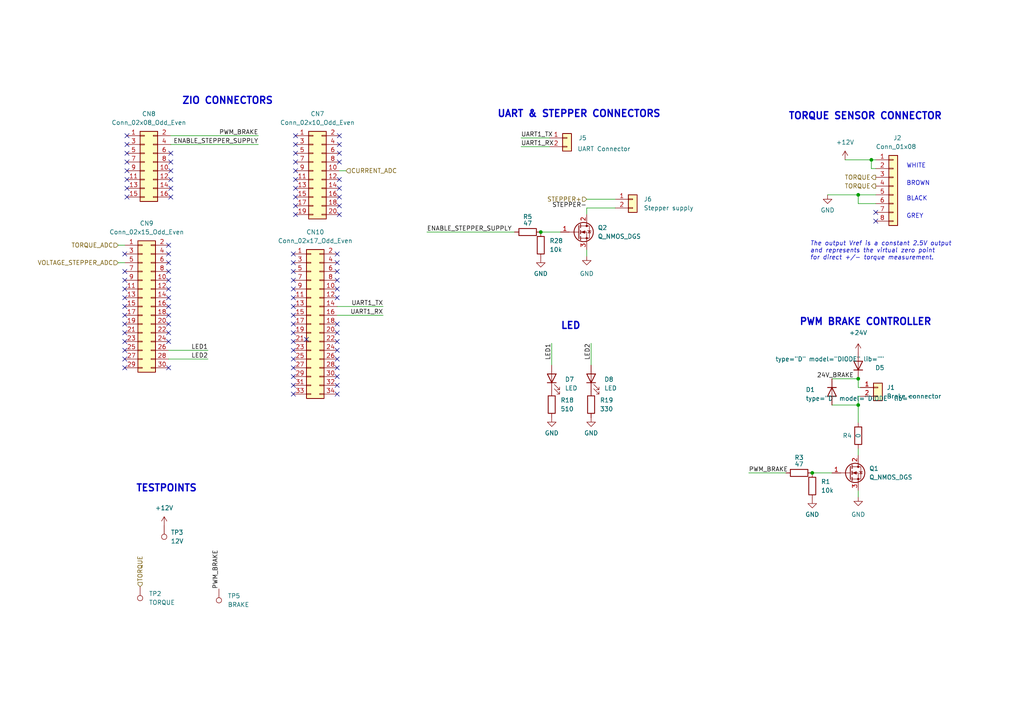
<source format=kicad_sch>
(kicad_sch (version 20211123) (generator eeschema)
  (paper "A4")
  (title_block (title "STB"))
  (lib_symbols
    (symbol "Connector:TestPoint" (pin_numbers hide) (pin_names (offset 0.762) hide)
      (property "Reference" "TP" (at 0 6.858 0))
      (property "Value" "TestPoint" (at 0 5.08 0))
      (symbol "TestPoint_0_1"
        (circle (center 0 3.302) (radius 0.762))
      )
      (symbol "TestPoint_1_1"
        (pin passive line (at 0 0 90) (length 2.54) (name "1") (number "1"))
      )
    )
    (symbol "Connector_Generic:Conn_01x02" (pin_names (offset 1.016) hide)
      (property "Reference" "J" (at 0 2.54 0))
      (property "Value" "Conn_01x02" (at 0 -5.08 0))
      (symbol "Conn_01x02_1_1"
        (rectangle (start -1.27 -2.413) (end 0 -2.667) (stroke (width 0.1524)))
        (rectangle (start -1.27 0.127) (end 0 -0.127) (stroke (width 0.1524)))
        (rectangle (start -1.27 1.27) (end 1.27 -3.81) (stroke (width 0.254)) (fill (type background)))
        (pin passive line (at -5.08 0 0) (length 3.81) (name "Pin_1") (number "1"))
        (pin passive line (at -5.08 -2.54 0) (length 3.81) (name "Pin_2") (number "2"))
      )
    )
    (symbol "Connector_Generic:Conn_01x08" (pin_names (offset 1.016) hide)
      (property "Reference" "J" (at 0 10.16 0))
      (property "Value" "Conn_01x08" (at 0 -12.7 0))
      (symbol "Conn_01x08_1_1"
        (rectangle (start -1.27 -10.033) (end 0 -10.287) (stroke (width 0.1524)))
        (rectangle (start -1.27 -7.493) (end 0 -7.747) (stroke (width 0.1524)))
        (rectangle (start -1.27 -4.953) (end 0 -5.207) (stroke (width 0.1524)))
        (rectangle (start -1.27 -2.413) (end 0 -2.667) (stroke (width 0.1524)))
        (rectangle (start -1.27 0.127) (end 0 -0.127) (stroke (width 0.1524)))
        (rectangle (start -1.27 2.667) (end 0 2.413) (stroke (width 0.1524)))
        (rectangle (start -1.27 5.207) (end 0 4.953) (stroke (width 0.1524)))
        (rectangle (start -1.27 7.747) (end 0 7.493) (stroke (width 0.1524)))
        (rectangle (start -1.27 8.89) (end 1.27 -11.43) (stroke (width 0.254)) (fill (type background)))
        (pin passive line (at -5.08 7.62 0) (length 3.81) (name "Pin_1") (number "1"))
        (pin passive line (at -5.08 5.08 0) (length 3.81) (name "Pin_2") (number "2"))
        (pin passive line (at -5.08 2.54 0) (length 3.81) (name "Pin_3") (number "3"))
        (pin passive line (at -5.08 0 0) (length 3.81) (name "Pin_4") (number "4"))
        (pin passive line (at -5.08 -2.54 0) (length 3.81) (name "Pin_5") (number "5"))
        (pin passive line (at -5.08 -5.08 0) (length 3.81) (name "Pin_6") (number "6"))
        (pin passive line (at -5.08 -7.62 0) (length 3.81) (name "Pin_7") (number "7"))
        (pin passive line (at -5.08 -10.16 0) (length 3.81) (name "Pin_8") (number "8"))
      )
    )
    (symbol "Connector_Generic:Conn_02x08_Odd_Even" (pin_names (offset 1.016) hide)
      (property "Reference" "J" (at 1.27 10.16 0))
      (property "Value" "Conn_02x08_Odd_Even" (at 1.27 -12.7 0))
      (symbol "Conn_02x08_Odd_Even_1_1"
        (rectangle (start -1.27 -10.033) (end 0 -10.287) (stroke (width 0.1524)))
        (rectangle (start -1.27 -7.493) (end 0 -7.747) (stroke (width 0.1524)))
        (rectangle (start -1.27 -4.953) (end 0 -5.207) (stroke (width 0.1524)))
        (rectangle (start -1.27 -2.413) (end 0 -2.667) (stroke (width 0.1524)))
        (rectangle (start -1.27 0.127) (end 0 -0.127) (stroke (width 0.1524)))
        (rectangle (start -1.27 2.667) (end 0 2.413) (stroke (width 0.1524)))
        (rectangle (start -1.27 5.207) (end 0 4.953) (stroke (width 0.1524)))
        (rectangle (start -1.27 7.747) (end 0 7.493) (stroke (width 0.1524)))
        (rectangle (start -1.27 8.89) (end 3.81 -11.43) (stroke (width 0.254)) (fill (type background)))
        (rectangle (start 3.81 -10.033) (end 2.54 -10.287) (stroke (width 0.1524)))
        (rectangle (start 3.81 -7.493) (end 2.54 -7.747) (stroke (width 0.1524)))
        (rectangle (start 3.81 -4.953) (end 2.54 -5.207) (stroke (width 0.1524)))
        (rectangle (start 3.81 -2.413) (end 2.54 -2.667) (stroke (width 0.1524)))
        (rectangle (start 3.81 0.127) (end 2.54 -0.127) (stroke (width 0.1524)))
        (rectangle (start 3.81 2.667) (end 2.54 2.413) (stroke (width 0.1524)))
        (rectangle (start 3.81 5.207) (end 2.54 4.953) (stroke (width 0.1524)))
        (rectangle (start 3.81 7.747) (end 2.54 7.493) (stroke (width 0.1524)))
        (pin passive line (at -5.08 7.62 0) (length 3.81) (name "Pin_1") (number "1"))
        (pin passive line (at 7.62 -2.54 180) (length 3.81) (name "Pin_10") (number "10"))
        (pin passive line (at -5.08 -5.08 0) (length 3.81) (name "Pin_11") (number "11"))
        (pin passive line (at 7.62 -5.08 180) (length 3.81) (name "Pin_12") (number "12"))
        (pin passive line (at -5.08 -7.62 0) (length 3.81) (name "Pin_13") (number "13"))
        (pin passive line (at 7.62 -7.62 180) (length 3.81) (name "Pin_14") (number "14"))
        (pin passive line (at -5.08 -10.16 0) (length 3.81) (name "Pin_15") (number "15"))
        (pin passive line (at 7.62 -10.16 180) (length 3.81) (name "Pin_16") (number "16"))
        (pin passive line (at 7.62 7.62 180) (length 3.81) (name "Pin_2") (number "2"))
        (pin passive line (at -5.08 5.08 0) (length 3.81) (name "Pin_3") (number "3"))
        (pin passive line (at 7.62 5.08 180) (length 3.81) (name "Pin_4") (number "4"))
        (pin passive line (at -5.08 2.54 0) (length 3.81) (name "Pin_5") (number "5"))
        (pin passive line (at 7.62 2.54 180) (length 3.81) (name "Pin_6") (number "6"))
        (pin passive line (at -5.08 0 0) (length 3.81) (name "Pin_7") (number "7"))
        (pin passive line (at 7.62 0 180) (length 3.81) (name "Pin_8") (number "8"))
        (pin passive line (at -5.08 -2.54 0) (length 3.81) (name "Pin_9") (number "9"))
      )
    )
    (symbol "Connector_Generic:Conn_02x10_Odd_Even" (pin_names (offset 1.016) hide)
      (property "Reference" "J" (at 1.27 12.7 0))
      (property "Value" "Conn_02x10_Odd_Even" (at 1.27 -15.24 0))
      (symbol "Conn_02x10_Odd_Even_1_1"
        (rectangle (start -1.27 -12.573) (end 0 -12.827) (stroke (width 0.1524)))
        (rectangle (start -1.27 -10.033) (end 0 -10.287) (stroke (width 0.1524)))
        (rectangle (start -1.27 -7.493) (end 0 -7.747) (stroke (width 0.1524)))
        (rectangle (start -1.27 -4.953) (end 0 -5.207) (stroke (width 0.1524)))
        (rectangle (start -1.27 -2.413) (end 0 -2.667) (stroke (width 0.1524)))
        (rectangle (start -1.27 0.127) (end 0 -0.127) (stroke (width 0.1524)))
        (rectangle (start -1.27 2.667) (end 0 2.413) (stroke (width 0.1524)))
        (rectangle (start -1.27 5.207) (end 0 4.953) (stroke (width 0.1524)))
        (rectangle (start -1.27 7.747) (end 0 7.493) (stroke (width 0.1524)))
        (rectangle (start -1.27 10.287) (end 0 10.033) (stroke (width 0.1524)))
        (rectangle (start -1.27 11.43) (end 3.81 -13.97) (stroke (width 0.254)) (fill (type background)))
        (rectangle (start 3.81 -12.573) (end 2.54 -12.827) (stroke (width 0.1524)))
        (rectangle (start 3.81 -10.033) (end 2.54 -10.287) (stroke (width 0.1524)))
        (rectangle (start 3.81 -7.493) (end 2.54 -7.747) (stroke (width 0.1524)))
        (rectangle (start 3.81 -4.953) (end 2.54 -5.207) (stroke (width 0.1524)))
        (rectangle (start 3.81 -2.413) (end 2.54 -2.667) (stroke (width 0.1524)))
        (rectangle (start 3.81 0.127) (end 2.54 -0.127) (stroke (width 0.1524)))
        (rectangle (start 3.81 2.667) (end 2.54 2.413) (stroke (width 0.1524)))
        (rectangle (start 3.81 5.207) (end 2.54 4.953) (stroke (width 0.1524)))
        (rectangle (start 3.81 7.747) (end 2.54 7.493) (stroke (width 0.1524)))
        (rectangle (start 3.81 10.287) (end 2.54 10.033) (stroke (width 0.1524)))
        (pin passive line (at -5.08 10.16 0) (length 3.81) (name "Pin_1") (number "1"))
        (pin passive line (at 7.62 0 180) (length 3.81) (name "Pin_10") (number "10"))
        (pin passive line (at -5.08 -2.54 0) (length 3.81) (name "Pin_11") (number "11"))
        (pin passive line (at 7.62 -2.54 180) (length 3.81) (name "Pin_12") (number "12"))
        (pin passive line (at -5.08 -5.08 0) (length 3.81) (name "Pin_13") (number "13"))
        (pin passive line (at 7.62 -5.08 180) (length 3.81) (name "Pin_14") (number "14"))
        (pin passive line (at -5.08 -7.62 0) (length 3.81) (name "Pin_15") (number "15"))
        (pin passive line (at 7.62 -7.62 180) (length 3.81) (name "Pin_16") (number "16"))
        (pin passive line (at -5.08 -10.16 0) (length 3.81) (name "Pin_17") (number "17"))
        (pin passive line (at 7.62 -10.16 180) (length 3.81) (name "Pin_18") (number "18"))
        (pin passive line (at -5.08 -12.7 0) (length 3.81) (name "Pin_19") (number "19"))
        (pin passive line (at 7.62 10.16 180) (length 3.81) (name "Pin_2") (number "2"))
        (pin passive line (at 7.62 -12.7 180) (length 3.81) (name "Pin_20") (number "20"))
        (pin passive line (at -5.08 7.62 0) (length 3.81) (name "Pin_3") (number "3"))
        (pin passive line (at 7.62 7.62 180) (length 3.81) (name "Pin_4") (number "4"))
        (pin passive line (at -5.08 5.08 0) (length 3.81) (name "Pin_5") (number "5"))
        (pin passive line (at 7.62 5.08 180) (length 3.81) (name "Pin_6") (number "6"))
        (pin passive line (at -5.08 2.54 0) (length 3.81) (name "Pin_7") (number "7"))
        (pin passive line (at 7.62 2.54 180) (length 3.81) (name "Pin_8") (number "8"))
        (pin passive line (at -5.08 0 0) (length 3.81) (name "Pin_9") (number "9"))
      )
    )
    (symbol "Connector_Generic:Conn_02x15_Odd_Even" (pin_names (offset 1.016) hide)
      (property "Reference" "J" (at 1.27 20.32 0))
      (property "Value" "Conn_02x15_Odd_Even" (at 1.27 -20.32 0))
      (symbol "Conn_02x15_Odd_Even_1_1"
        (rectangle (start -1.27 -17.653) (end 0 -17.907) (stroke (width 0.1524)))
        (rectangle (start -1.27 -15.113) (end 0 -15.367) (stroke (width 0.1524)))
        (rectangle (start -1.27 -12.573) (end 0 -12.827) (stroke (width 0.1524)))
        (rectangle (start -1.27 -10.033) (end 0 -10.287) (stroke (width 0.1524)))
        (rectangle (start -1.27 -7.493) (end 0 -7.747) (stroke (width 0.1524)))
        (rectangle (start -1.27 -4.953) (end 0 -5.207) (stroke (width 0.1524)))
        (rectangle (start -1.27 -2.413) (end 0 -2.667) (stroke (width 0.1524)))
        (rectangle (start -1.27 0.127) (end 0 -0.127) (stroke (width 0.1524)))
        (rectangle (start -1.27 2.667) (end 0 2.413) (stroke (width 0.1524)))
        (rectangle (start -1.27 5.207) (end 0 4.953) (stroke (width 0.1524)))
        (rectangle (start -1.27 7.747) (end 0 7.493) (stroke (width 0.1524)))
        (rectangle (start -1.27 10.287) (end 0 10.033) (stroke (width 0.1524)))
        (rectangle (start -1.27 12.827) (end 0 12.573) (stroke (width 0.1524)))
        (rectangle (start -1.27 15.367) (end 0 15.113) (stroke (width 0.1524)))
        (rectangle (start -1.27 17.907) (end 0 17.653) (stroke (width 0.1524)))
        (rectangle (start -1.27 19.05) (end 3.81 -19.05) (stroke (width 0.254)) (fill (type background)))
        (rectangle (start 3.81 -17.653) (end 2.54 -17.907) (stroke (width 0.1524)))
        (rectangle (start 3.81 -15.113) (end 2.54 -15.367) (stroke (width 0.1524)))
        (rectangle (start 3.81 -12.573) (end 2.54 -12.827) (stroke (width 0.1524)))
        (rectangle (start 3.81 -10.033) (end 2.54 -10.287) (stroke (width 0.1524)))
        (rectangle (start 3.81 -7.493) (end 2.54 -7.747) (stroke (width 0.1524)))
        (rectangle (start 3.81 -4.953) (end 2.54 -5.207) (stroke (width 0.1524)))
        (rectangle (start 3.81 -2.413) (end 2.54 -2.667) (stroke (width 0.1524)))
        (rectangle (start 3.81 0.127) (end 2.54 -0.127) (stroke (width 0.1524)))
        (rectangle (start 3.81 2.667) (end 2.54 2.413) (stroke (width 0.1524)))
        (rectangle (start 3.81 5.207) (end 2.54 4.953) (stroke (width 0.1524)))
        (rectangle (start 3.81 7.747) (end 2.54 7.493) (stroke (width 0.1524)))
        (rectangle (start 3.81 10.287) (end 2.54 10.033) (stroke (width 0.1524)))
        (rectangle (start 3.81 12.827) (end 2.54 12.573) (stroke (width 0.1524)))
        (rectangle (start 3.81 15.367) (end 2.54 15.113) (stroke (width 0.1524)))
        (rectangle (start 3.81 17.907) (end 2.54 17.653) (stroke (width 0.1524)))
        (pin passive line (at -5.08 17.78 0) (length 3.81) (name "Pin_1") (number "1"))
        (pin passive line (at 7.62 7.62 180) (length 3.81) (name "Pin_10") (number "10"))
        (pin passive line (at -5.08 5.08 0) (length 3.81) (name "Pin_11") (number "11"))
        (pin passive line (at 7.62 5.08 180) (length 3.81) (name "Pin_12") (number "12"))
        (pin passive line (at -5.08 2.54 0) (length 3.81) (name "Pin_13") (number "13"))
        (pin passive line (at 7.62 2.54 180) (length 3.81) (name "Pin_14") (number "14"))
        (pin passive line (at -5.08 0 0) (length 3.81) (name "Pin_15") (number "15"))
        (pin passive line (at 7.62 0 180) (length 3.81) (name "Pin_16") (number "16"))
        (pin passive line (at -5.08 -2.54 0) (length 3.81) (name "Pin_17") (number "17"))
        (pin passive line (at 7.62 -2.54 180) (length 3.81) (name "Pin_18") (number "18"))
        (pin passive line (at -5.08 -5.08 0) (length 3.81) (name "Pin_19") (number "19"))
        (pin passive line (at 7.62 17.78 180) (length 3.81) (name "Pin_2") (number "2"))
        (pin passive line (at 7.62 -5.08 180) (length 3.81) (name "Pin_20") (number "20"))
        (pin passive line (at -5.08 -7.62 0) (length 3.81) (name "Pin_21") (number "21"))
        (pin passive line (at 7.62 -7.62 180) (length 3.81) (name "Pin_22") (number "22"))
        (pin passive line (at -5.08 -10.16 0) (length 3.81) (name "Pin_23") (number "23"))
        (pin passive line (at 7.62 -10.16 180) (length 3.81) (name "Pin_24") (number "24"))
        (pin passive line (at -5.08 -12.7 0) (length 3.81) (name "Pin_25") (number "25"))
        (pin passive line (at 7.62 -12.7 180) (length 3.81) (name "Pin_26") (number "26"))
        (pin passive line (at -5.08 -15.24 0) (length 3.81) (name "Pin_27") (number "27"))
        (pin passive line (at 7.62 -15.24 180) (length 3.81) (name "Pin_28") (number "28"))
        (pin passive line (at -5.08 -17.78 0) (length 3.81) (name "Pin_29") (number "29"))
        (pin passive line (at -5.08 15.24 0) (length 3.81) (name "Pin_3") (number "3"))
        (pin passive line (at 7.62 -17.78 180) (length 3.81) (name "Pin_30") (number "30"))
        (pin passive line (at 7.62 15.24 180) (length 3.81) (name "Pin_4") (number "4"))
        (pin passive line (at -5.08 12.7 0) (length 3.81) (name "Pin_5") (number "5"))
        (pin passive line (at 7.62 12.7 180) (length 3.81) (name "Pin_6") (number "6"))
        (pin passive line (at -5.08 10.16 0) (length 3.81) (name "Pin_7") (number "7"))
        (pin passive line (at 7.62 10.16 180) (length 3.81) (name "Pin_8") (number "8"))
        (pin passive line (at -5.08 7.62 0) (length 3.81) (name "Pin_9") (number "9"))
      )
    )
    (symbol "Connector_Generic:Conn_02x17_Odd_Even" (pin_names (offset 1.016) hide)
      (property "Reference" "J" (at 1.27 22.86 0))
      (property "Value" "Conn_02x17_Odd_Even" (at 1.27 -22.86 0))
      (symbol "Conn_02x17_Odd_Even_1_1"
        (rectangle (start -1.27 -20.193) (end 0 -20.447) (stroke (width 0.1524)))
        (rectangle (start -1.27 -17.653) (end 0 -17.907) (stroke (width 0.1524)))
        (rectangle (start -1.27 -15.113) (end 0 -15.367) (stroke (width 0.1524)))
        (rectangle (start -1.27 -12.573) (end 0 -12.827) (stroke (width 0.1524)))
        (rectangle (start -1.27 -10.033) (end 0 -10.287) (stroke (width 0.1524)))
        (rectangle (start -1.27 -7.493) (end 0 -7.747) (stroke (width 0.1524)))
        (rectangle (start -1.27 -4.953) (end 0 -5.207) (stroke (width 0.1524)))
        (rectangle (start -1.27 -2.413) (end 0 -2.667) (stroke (width 0.1524)))
        (rectangle (start -1.27 0.127) (end 0 -0.127) (stroke (width 0.1524)))
        (rectangle (start -1.27 2.667) (end 0 2.413) (stroke (width 0.1524)))
        (rectangle (start -1.27 5.207) (end 0 4.953) (stroke (width 0.1524)))
        (rectangle (start -1.27 7.747) (end 0 7.493) (stroke (width 0.1524)))
        (rectangle (start -1.27 10.287) (end 0 10.033) (stroke (width 0.1524)))
        (rectangle (start -1.27 12.827) (end 0 12.573) (stroke (width 0.1524)))
        (rectangle (start -1.27 15.367) (end 0 15.113) (stroke (width 0.1524)))
        (rectangle (start -1.27 17.907) (end 0 17.653) (stroke (width 0.1524)))
        (rectangle (start -1.27 20.447) (end 0 20.193) (stroke (width 0.1524)))
        (rectangle (start -1.27 21.59) (end 3.81 -21.59) (stroke (width 0.254)) (fill (type background)))
        (rectangle (start 3.81 -20.193) (end 2.54 -20.447) (stroke (width 0.1524)))
        (rectangle (start 3.81 -17.653) (end 2.54 -17.907) (stroke (width 0.1524)))
        (rectangle (start 3.81 -15.113) (end 2.54 -15.367) (stroke (width 0.1524)))
        (rectangle (start 3.81 -12.573) (end 2.54 -12.827) (stroke (width 0.1524)))
        (rectangle (start 3.81 -10.033) (end 2.54 -10.287) (stroke (width 0.1524)))
        (rectangle (start 3.81 -7.493) (end 2.54 -7.747) (stroke (width 0.1524)))
        (rectangle (start 3.81 -4.953) (end 2.54 -5.207) (stroke (width 0.1524)))
        (rectangle (start 3.81 -2.413) (end 2.54 -2.667) (stroke (width 0.1524)))
        (rectangle (start 3.81 0.127) (end 2.54 -0.127) (stroke (width 0.1524)))
        (rectangle (start 3.81 2.667) (end 2.54 2.413) (stroke (width 0.1524)))
        (rectangle (start 3.81 5.207) (end 2.54 4.953) (stroke (width 0.1524)))
        (rectangle (start 3.81 7.747) (end 2.54 7.493) (stroke (width 0.1524)))
        (rectangle (start 3.81 10.287) (end 2.54 10.033) (stroke (width 0.1524)))
        (rectangle (start 3.81 12.827) (end 2.54 12.573) (stroke (width 0.1524)))
        (rectangle (start 3.81 15.367) (end 2.54 15.113) (stroke (width 0.1524)))
        (rectangle (start 3.81 17.907) (end 2.54 17.653) (stroke (width 0.1524)))
        (rectangle (start 3.81 20.447) (end 2.54 20.193) (stroke (width 0.1524)))
        (pin passive line (at -5.08 20.32 0) (length 3.81) (name "Pin_1") (number "1"))
        (pin passive line (at 7.62 10.16 180) (length 3.81) (name "Pin_10") (number "10"))
        (pin passive line (at -5.08 7.62 0) (length 3.81) (name "Pin_11") (number "11"))
        (pin passive line (at 7.62 7.62 180) (length 3.81) (name "Pin_12") (number "12"))
        (pin passive line (at -5.08 5.08 0) (length 3.81) (name "Pin_13") (number "13"))
        (pin passive line (at 7.62 5.08 180) (length 3.81) (name "Pin_14") (number "14"))
        (pin passive line (at -5.08 2.54 0) (length 3.81) (name "Pin_15") (number "15"))
        (pin passive line (at 7.62 2.54 180) (length 3.81) (name "Pin_16") (number "16"))
        (pin passive line (at -5.08 0 0) (length 3.81) (name "Pin_17") (number "17"))
        (pin passive line (at 7.62 0 180) (length 3.81) (name "Pin_18") (number "18"))
        (pin passive line (at -5.08 -2.54 0) (length 3.81) (name "Pin_19") (number "19"))
        (pin passive line (at 7.62 20.32 180) (length 3.81) (name "Pin_2") (number "2"))
        (pin passive line (at 7.62 -2.54 180) (length 3.81) (name "Pin_20") (number "20"))
        (pin passive line (at -5.08 -5.08 0) (length 3.81) (name "Pin_21") (number "21"))
        (pin passive line (at 7.62 -5.08 180) (length 3.81) (name "Pin_22") (number "22"))
        (pin passive line (at -5.08 -7.62 0) (length 3.81) (name "Pin_23") (number "23"))
        (pin passive line (at 7.62 -7.62 180) (length 3.81) (name "Pin_24") (number "24"))
        (pin passive line (at -5.08 -10.16 0) (length 3.81) (name "Pin_25") (number "25"))
        (pin passive line (at 7.62 -10.16 180) (length 3.81) (name "Pin_26") (number "26"))
        (pin passive line (at -5.08 -12.7 0) (length 3.81) (name "Pin_27") (number "27"))
        (pin passive line (at 7.62 -12.7 180) (length 3.81) (name "Pin_28") (number "28"))
        (pin passive line (at -5.08 -15.24 0) (length 3.81) (name "Pin_29") (number "29"))
        (pin passive line (at -5.08 17.78 0) (length 3.81) (name "Pin_3") (number "3"))
        (pin passive line (at 7.62 -15.24 180) (length 3.81) (name "Pin_30") (number "30"))
        (pin passive line (at -5.08 -17.78 0) (length 3.81) (name "Pin_31") (number "31"))
        (pin passive line (at 7.62 -17.78 180) (length 3.81) (name "Pin_32") (number "32"))
        (pin passive line (at -5.08 -20.32 0) (length 3.81) (name "Pin_33") (number "33"))
        (pin passive line (at 7.62 -20.32 180) (length 3.81) (name "Pin_34") (number "34"))
        (pin passive line (at 7.62 17.78 180) (length 3.81) (name "Pin_4") (number "4"))
        (pin passive line (at -5.08 15.24 0) (length 3.81) (name "Pin_5") (number "5"))
        (pin passive line (at 7.62 15.24 180) (length 3.81) (name "Pin_6") (number "6"))
        (pin passive line (at -5.08 12.7 0) (length 3.81) (name "Pin_7") (number "7"))
        (pin passive line (at 7.62 12.7 180) (length 3.81) (name "Pin_8") (number "8"))
        (pin passive line (at -5.08 10.16 0) (length 3.81) (name "Pin_9") (number "9"))
      )
    )
    (symbol "Device:LED" (pin_numbers hide) (pin_names (offset 1.016) hide)
      (property "Reference" "D" (at 0 2.54 0))
      (property "Value" "LED" (at 0 -2.54 0))
      (symbol "LED_0_1"
        (polyline (pts (xy -1.27 -1.27) (xy -1.27 1.27)) (stroke (width 0.254)))
        (polyline (pts (xy -1.27 0) (xy 1.27 0)))
        (polyline (pts (xy 1.27 -1.27) (xy 1.27 1.27) (xy -1.27 0) (xy 1.27 -1.27)) (stroke (width 0.254)))
        (polyline (pts (xy -3.048 -0.762) (xy -4.572 -2.286) (xy -3.81 -2.286) (xy -4.572 -2.286) (xy -4.572 -1.524)))
        (polyline (pts (xy -1.778 -0.762) (xy -3.302 -2.286) (xy -2.54 -2.286) (xy -3.302 -2.286) (xy -3.302 -1.524)))
      )
      (symbol "LED_1_1"
        (pin passive line (at -3.81 0 0) (length 2.54) (name "K") (number "1"))
        (pin passive line (at 3.81 0 180) (length 2.54) (name "A") (number "2"))
      )
    )
    (symbol "Device:Q_NMOS_GDS" (pin_names (offset 0) hide)
      (property "Reference" "Q" (at 5.08 1.27 0))
      (property "Value" "Q_NMOS_GDS" (at 5.08 -1.27 0))
      (symbol "Q_NMOS_GDS_0_1"
        (polyline (pts (xy 0.254 0) (xy -2.54 0)))
        (polyline (pts (xy 0.254 1.905) (xy 0.254 -1.905)) (stroke (width 0.254)))
        (polyline (pts (xy 0.762 -1.27) (xy 0.762 -2.286)) (stroke (width 0.254)))
        (polyline (pts (xy 0.762 0.508) (xy 0.762 -0.508)) (stroke (width 0.254)))
        (polyline (pts (xy 0.762 2.286) (xy 0.762 1.27)) (stroke (width 0.254)))
        (polyline (pts (xy 2.54 2.54) (xy 2.54 1.778)))
        (polyline (pts (xy 2.54 -2.54) (xy 2.54 0) (xy 0.762 0)))
        (polyline (pts (xy 0.762 -1.778) (xy 3.302 -1.778) (xy 3.302 1.778) (xy 0.762 1.778)))
        (polyline (pts (xy 1.016 0) (xy 2.032 0.381) (xy 2.032 -0.381) (xy 1.016 0)) (fill (type outline)))
        (polyline (pts (xy 2.794 0.508) (xy 2.921 0.381) (xy 3.683 0.381) (xy 3.81 0.254)))
        (polyline (pts (xy 3.302 0.381) (xy 2.921 -0.254) (xy 3.683 -0.254) (xy 3.302 0.381)))
        (circle (center 1.651 0) (radius 2.794) (stroke (width 0.254)))
        (circle (center 2.54 -1.778) (radius 0.254) (fill (type outline)))
        (circle (center 2.54 1.778) (radius 0.254) (fill (type outline)))
      )
      (symbol "Q_NMOS_GDS_1_1"
        (pin input line (at -5.08 0 0) (length 2.54) (name "G") (number "1"))
        (pin passive line (at 2.54 5.08 270) (length 2.54) (name "D") (number "2"))
        (pin passive line (at 2.54 -5.08 90) (length 2.54) (name "S") (number "3"))
      )
    )
    (symbol "Device:R" (pin_numbers hide) (pin_names (offset 0))
      (property "Reference" "R" (at 2.032 0 90))
      (property "Value" "R" (at 0 0 90))
      (symbol "R_0_1"
        (rectangle (start -1.016 -2.54) (end 1.016 2.54) (stroke (width 0.254)))
      )
      (symbol "R_1_1"
        (pin passive line (at 0 3.81 270) (length 1.27) (name "~") (number "1"))
        (pin passive line (at 0 -3.81 90) (length 1.27) (name "~") (number "2"))
      )
    )
    (symbol "Simulation_SPICE:DIODE" (pin_numbers hide) (pin_names (offset 1.016) hide)
      (property "Reference" "D" (at 0 2.54 0))
      (property "Value" "DIODE" (at 0 -2.54 0))
      (symbol "DIODE_0_1"
        (polyline (pts (xy 1.27 0) (xy -1.27 0)))
        (polyline (pts (xy 1.27 1.27) (xy 1.27 -1.27)) (stroke (width 0.254)))
        (polyline (pts (xy -1.27 -1.27) (xy -1.27 1.27) (xy 1.27 0) (xy -1.27 -1.27)) (stroke (width 0.254)))
      )
      (symbol "DIODE_1_1"
        (pin passive line (at -3.81 0 0) (length 2.54) (name "A") (number "1"))
        (pin passive line (at 3.81 0 180) (length 2.54) (name "K") (number "2"))
      )
    )
    (symbol "power:+12V" (power) (pin_names (offset 0))
      (property "Value" "+12V" (at 0 3.556 0))
      (symbol "+12V_0_1"
        (polyline (pts (xy -0.762 1.27) (xy 0 2.54)))
        (polyline (pts (xy 0 0) (xy 0 2.54)))
        (polyline (pts (xy 0 2.54) (xy 0.762 1.27)))
      )
      (symbol "+12V_1_1"
        (pin power_in line (at 0 0 90) (length 0) hide (name "+12V") (number "1"))
      )
    )
    (symbol "power:+24V" (power) (pin_names (offset 0))
      (property "Value" "+24V" (at 0 3.556 0))
      (symbol "+24V_0_1"
        (polyline (pts (xy -0.762 1.27) (xy 0 2.54)))
        (polyline (pts (xy 0 0) (xy 0 2.54)))
        (polyline (pts (xy 0 2.54) (xy 0.762 1.27)))
      )
      (symbol "+24V_1_1"
        (pin power_in line (at 0 0 90) (length 0) hide (name "+24V") (number "1"))
      )
    )
    (symbol "power:GND" (power) (pin_names (offset 0))
      (property "Value" "GND" (at 0 -3.81 0))
      (symbol "GND_0_1"
        (polyline (pts (xy 0 0) (xy 0 -1.27) (xy 1.27 -1.27) (xy 0 -2.54) (xy -1.27 -1.27) (xy 0 -1.27)))
      )
      (symbol "GND_1_1"
        (pin power_in line (at 0 0 270) (length 0) hide (name "GND") (number "1"))
      )
    )
  )
  (junction (at 156.845 67.31))
  (junction (at 252.73 46.355))
  (junction (at 248.92 56.515))
  (junction (at 235.585 137.16))
  (junction (at 248.92 117.475))
  (junction (at 248.92 109.855))
  (no_connect (at 85.09 96.52))
  (no_connect (at 98.425 41.91))
  (no_connect (at 49.53 49.53))
  (no_connect (at 97.79 114.3))
  (no_connect (at 85.725 62.23))
  (no_connect (at 85.09 91.44))
  (no_connect (at 36.195 99.06))
  (no_connect (at 85.725 39.37))
  (no_connect (at 36.83 57.15))
  (no_connect (at 97.79 96.52))
  (no_connect (at 48.895 88.9))
  (no_connect (at 85.09 93.98))
  (no_connect (at 36.83 54.61))
  (no_connect (at 85.09 76.2))
  (no_connect (at 97.79 99.06))
  (no_connect (at 85.09 73.66))
  (no_connect (at 36.195 106.68))
  (no_connect (at 97.79 106.68))
  (no_connect (at 49.53 54.61))
  (no_connect (at 97.79 109.22))
  (no_connect (at 97.79 83.82))
  (no_connect (at 97.79 104.14))
  (no_connect (at 49.53 57.15))
  (no_connect (at 48.895 86.36))
  (no_connect (at 98.425 54.61))
  (no_connect (at 48.895 81.28))
  (no_connect (at 36.83 52.07))
  (no_connect (at 85.09 78.74))
  (no_connect (at 36.83 39.37))
  (no_connect (at 97.79 93.98))
  (no_connect (at 98.425 57.15))
  (no_connect (at 85.725 44.45))
  (no_connect (at 48.895 78.74))
  (no_connect (at 98.425 62.23))
  (no_connect (at 85.725 54.61))
  (no_connect (at 48.895 106.68))
  (no_connect (at 85.09 106.68))
  (no_connect (at 98.425 44.45))
  (no_connect (at 85.725 52.07))
  (no_connect (at 97.79 101.6))
  (no_connect (at 85.09 99.06))
  (no_connect (at 36.195 96.52))
  (no_connect (at 97.79 81.28))
  (no_connect (at 97.79 86.36))
  (no_connect (at 85.09 111.76))
  (no_connect (at 48.895 83.82))
  (no_connect (at 85.725 49.53))
  (no_connect (at 48.895 76.2))
  (no_connect (at 36.195 93.98))
  (no_connect (at 36.83 41.91))
  (no_connect (at 36.195 104.14))
  (no_connect (at 48.895 93.98))
  (no_connect (at 97.79 78.74))
  (no_connect (at 85.09 101.6))
  (no_connect (at 98.425 46.99))
  (no_connect (at 48.895 71.12))
  (no_connect (at 85.725 57.15))
  (no_connect (at 98.425 52.07))
  (no_connect (at 85.09 109.22))
  (no_connect (at 36.83 49.53))
  (no_connect (at 97.79 76.2))
  (no_connect (at 85.725 59.69))
  (no_connect (at 97.79 73.66))
  (no_connect (at 98.425 39.37))
  (no_connect (at 85.09 114.3))
  (no_connect (at 85.725 41.91))
  (no_connect (at 36.83 46.99))
  (no_connect (at 85.09 81.28))
  (no_connect (at 85.09 86.36))
  (no_connect (at 48.895 99.06))
  (no_connect (at 36.195 91.44))
  (no_connect (at 254 64.135))
  (no_connect (at 254 61.595))
  (no_connect (at 85.09 88.9))
  (no_connect (at 98.425 59.69))
  (no_connect (at 49.53 46.99))
  (no_connect (at 49.53 44.45))
  (no_connect (at 85.09 104.14))
  (no_connect (at 36.83 44.45))
  (no_connect (at 48.895 91.44))
  (no_connect (at 49.53 52.07))
  (no_connect (at 85.09 83.82))
  (no_connect (at 36.195 101.6))
  (no_connect (at 48.895 73.66))
  (no_connect (at 97.79 111.76))
  (no_connect (at 48.895 96.52))
  (no_connect (at 85.725 46.99))
  (no_connect (at 88.9 98.425))
  (no_connect (at 36.195 88.9))
  (no_connect (at 36.195 78.74))
  (no_connect (at 36.195 73.66))
  (no_connect (at 36.195 81.28))
  (no_connect (at 36.195 83.82))
  (no_connect (at 36.195 86.36))
  (wire (pts (xy 248.92 114.935) (xy 249.555 114.935)))
  (wire (pts (xy 252.73 48.895) (xy 254 48.895)))
  (wire (pts (xy 241.3 117.475) (xy 248.92 117.475)))
  (wire (pts (xy 170.18 57.785) (xy 178.435 57.785)))
  (wire (pts (xy 178.435 60.325) (xy 170.18 60.325)))
  (wire (pts (xy 245.11 46.355) (xy 252.73 46.355)))
  (wire (pts (xy 34.29 71.12) (xy 36.195 71.12)))
  (wire (pts (xy 97.79 88.9) (xy 111.125 88.9)))
  (wire (pts (xy 254 59.055) (xy 248.92 59.055)))
  (wire (pts (xy 248.92 56.515) (xy 254 56.515)))
  (wire (pts (xy 48.895 104.14) (xy 60.325 104.14)))
  (wire (pts (xy 156.845 67.31) (xy 162.56 67.31)))
  (wire (pts (xy 170.18 60.325) (xy 170.18 62.23)))
  (wire (pts (xy 123.825 67.31) (xy 149.225 67.31)))
  (wire (pts (xy 235.585 137.16) (xy 241.3 137.16)))
  (wire (pts (xy 248.92 112.395) (xy 248.92 109.855)))
  (wire (pts (xy 97.79 91.44) (xy 111.125 91.44)))
  (wire (pts (xy 248.92 130.175) (xy 248.92 132.08)))
  (wire (pts (xy 252.73 46.355) (xy 254 46.355)))
  (wire (pts (xy 151.13 42.545) (xy 159.385 42.545)))
  (wire (pts (xy 240.03 56.515) (xy 248.92 56.515)))
  (wire (pts (xy 249.555 112.395) (xy 248.92 112.395)))
  (wire (pts (xy 248.92 59.055) (xy 248.92 56.515)))
  (wire (pts (xy 171.45 99.568) (xy 171.45 105.918)))
  (wire (pts (xy 100.33 49.53) (xy 98.425 49.53)))
  (wire (pts (xy 248.92 117.475) (xy 248.92 122.555)))
  (wire (pts (xy 49.53 41.91) (xy 74.93 41.91)))
  (wire (pts (xy 252.73 46.355) (xy 252.73 48.895)))
  (wire (pts (xy 170.18 72.39) (xy 170.18 74.295)))
  (wire (pts (xy 48.895 101.6) (xy 60.325 101.6)))
  (wire (pts (xy 159.385 40.005) (xy 151.13 40.005)))
  (wire (pts (xy 217.17 137.16) (xy 227.965 137.16)))
  (wire (pts (xy 49.53 39.37) (xy 74.93 39.37)))
  (wire (pts (xy 248.92 142.24) (xy 248.92 144.145)))
  (wire (pts (xy 248.92 117.475) (xy 248.92 114.935)))
  (wire (pts (xy 241.3 109.855) (xy 248.92 109.855)))
  (wire (pts (xy 36.195 76.2) (xy 34.29 76.2)))
  (wire (pts (xy 160.02 99.568) (xy 160.02 105.918)))
  (text "LED" (at 162.56 95.758 0) (effects (font (size 2 2) (thickness 0.4) bold) (justify left bottom)))
  (text "TORQUE SENSOR CONNECTOR\n" (at 228.6 34.925 0) (effects (font (size 2 2) (thickness 0.4) bold) (justify left bottom)))
  (text "BROWN" (at 262.89 53.975 0) (effects (font (size 1.27 1.27)) (justify left bottom)))
  (text "BLACK\n" (at 262.89 58.42 0) (effects (font (size 1.27 1.27)) (justify left bottom)))
  (text "WHITE\n" (at 262.89 48.895 0) (effects (font (size 1.27 1.27)) (justify left bottom)))
  (text "GREY" (at 262.89 63.5 0) (effects (font (size 1.27 1.27)) (justify left bottom)))
  (text "The output Vref is a constant 2.5V output \nand represents the virtual zero point \nfor direct +/- torque measurement." (at 234.95 75.565 0) (effects (font (size 1.27 1.27) italic) (justify left bottom)))
  (text "UART & STEPPER CONNECTORS" (at 144.145 34.29 0) (effects (font (size 2 2) bold) (justify left bottom)))
  (text "TESTPOINTS\n" (at 39.37 142.875 0) (effects (font (size 2 2) (thickness 0.4) bold) (justify left bottom)))
  (text "ZIO CONNECTORS\n" (at 52.705 30.48 0) (effects (font (size 2 2) bold) (justify left bottom)))
  (text "PWM BRAKE CONTROLLER" (at 231.775 94.615 0) (effects (font (size 2 2) bold) (justify left bottom)))
  (label "LED2" (at 60.325 104.14 180))
  (label "LED1" (at 60.325 101.6 180))
  (label "UART1_RX" (at 151.13 42.545 0))
  (label "PWM_BRAKE" (at 63.5 170.815 90))
  (label "STEPPER-" (at 170.18 60.452 180))
  (label "UART1_TX" (at 151.13 40.005 0))
  (label "ENABLE_STEPPER_SUPPLY" (at 123.825 67.31 0))
  (label "UART1_RX" (at 111.125 91.44 180))
  (label "LED1" (at 160.02 99.568 270))
  (label "UART1_TX" (at 111.125 88.9 180))
  (label "PWM_BRAKE" (at 74.93 39.37 180))
  (label "LED2" (at 171.45 99.568 270))
  (label "24V_BRAKE" (at 247.65 109.855 180))
  (label "PWM_BRAKE" (at 217.17 137.16 0))
  (label "ENABLE_STEPPER_SUPPLY" (at 74.93 41.91 180))
  (hierarchical_label "TORQUE_ADC" (shape input) (at 34.29 71.12 180))
  (hierarchical_label "TORQUE" (shape output) (at 254 51.435 180))
  (hierarchical_label "VOLTAGE_STEPPER_ADC" (shape input) (at 34.29 76.2 180))
  (hierarchical_label "TORQUE" (shape input) (at 40.64 170.18 90))
  (hierarchical_label "STEPPER+" (shape input) (at 170.18 57.785 180))
  (hierarchical_label "TORQUE" (shape output) (at 254 53.975 180))
  (hierarchical_label "CURRENT_ADC" (shape input) (at 100.33 49.53 0))
  (symbol (lib_id "power:GND") (at 248.92 144.145 0) (unit 1)
    (property "Reference" "#PWR0114" (effects hide))
    (property "Value" "GND" (at 248.92 149.225 0))
  )
  (symbol (lib_id "Device:R") (at 248.92 126.365 180) (unit 1)
    (property "Reference" "R4" (at 245.745 126.365 0))
    (property "Value" "0" (at 248.92 126.365 90))
    (property "Footprint" "Resistor_SMD:R_0603_1608Metric" (effects hide))
  )
  (symbol (lib_id "Device:R") (at 231.775 137.16 90) (unit 1)
    (property "Reference" "R3" (at 231.775 132.715 90))
    (property "Value" "47" (at 231.775 134.62 90))
    (property "Footprint" "Resistor_SMD:R_0603_1608Metric" (effects hide))
  )
  (symbol (lib_id "Simulation_SPICE:DIODE") (at 248.92 106.045 270) (unit 1)
    (property "Reference" "D5" (at 256.54 106.68 90) (effects (justify right)))
    (property "Value" "DIODE" (at 256.54 104.14 90) (effects (justify right)))
    (property "Footprint" "Diode_SMD:D_SOD-323" (effects hide))
    (property "Spice_Netlist_Enabled" "Y" (effects hide))
    (property "Spice_Primitive" "D" (effects hide))
  )
  (symbol (lib_id "Connector_Generic:Conn_01x02") (at 183.515 57.785 0) (unit 1)
    (property "Reference" "J6" (at 186.69 57.7849 0) (effects (justify left)))
    (property "Value" "Stepper supply" (at 186.69 60.3249 0) (effects (justify left)))
    (property "Footprint" "Connector_PinHeader_2.54mm:PinHeader_1x02_P2.54mm_Vertical" (effects hide))
  )
  (symbol (lib_id "power:GND") (at 160.02 121.158 0) (unit 1)
    (property "Reference" "#PWR0142" (effects hide))
    (property "Value" "GND" (at 160.02 125.603 0))
  )
  (symbol (lib_id "Connector:TestPoint") (at 47.625 152.4 180) (unit 1)
    (property "Reference" "TP3" (at 49.53 154.4319 0) (effects (justify right)))
    (property "Value" "12V" (at 49.53 156.9719 0) (effects (justify right)))
    (property "Footprint" "TestPoint:TestPoint_Pad_D2.0mm" (effects hide))
  )
  (symbol (lib_id "power:+24V") (at 248.92 102.235 0) (unit 1)
    (property "Reference" "#PWR0125" (effects hide))
    (property "Value" "+24V" (at 248.92 96.52 0))
  )
  (symbol (lib_id "Device:Q_NMOS_GDS") (at 246.38 137.16 0) (unit 1)
    (property "Reference" "Q1" (at 252.095 135.8899 0) (effects (justify left)))
    (property "Value" "Q_NMOS_DGS" (at 252.095 138.4299 0) (effects (justify left)))
    (property "Footprint" "Package_TO_SOT_SMD:TO-252-2" (effects hide))
  )
  (symbol (lib_id "Connector_Generic:Conn_02x17_Odd_Even") (at 90.17 93.98 0) (unit 1)
    (property "Reference" "CN10" (at 91.44 67.31 0))
    (property "Value" "Conn_02x17_Odd_Even" (at 91.44 69.85 0))
    (property "Footprint" "Connector_PinHeader_2.54mm:PinHeader_2x17_P2.54mm_Vertical" (effects hide))
  )
  (symbol (lib_id "power:+12V") (at 47.625 152.4 0) (unit 1)
    (property "Reference" "#PWR0145" (effects hide))
    (property "Value" "+12V" (at 47.625 147.32 0))
  )
  (symbol (lib_id "Device:R") (at 171.45 117.348 0) (unit 1)
    (property "Reference" "R19" (at 173.99 116.0779 0) (effects (justify left)))
    (property "Value" "330" (at 173.99 118.6179 0) (effects (justify left)))
    (property "Footprint" "Resistor_SMD:R_0603_1608Metric" (effects hide))
  )
  (symbol (lib_id "power:+12V") (at 245.11 46.355 0) (unit 1)
    (property "Reference" "#PWR0110" (effects hide))
    (property "Value" "+12V" (at 245.11 41.275 0))
  )
  (symbol (lib_id "Device:R") (at 160.02 117.348 0) (unit 1)
    (property "Reference" "R18" (at 162.56 116.0779 0) (effects (justify left)))
    (property "Value" "510" (at 162.56 118.6179 0) (effects (justify left)))
    (property "Footprint" "Resistor_SMD:R_0603_1608Metric" (effects hide))
  )
  (symbol (lib_id "Connector_Generic:Conn_01x02") (at 254.635 112.395 0) (unit 1)
    (property "Reference" "J1" (at 257.175 112.3949 0) (effects (justify left)))
    (property "Value" "Brake connector" (at 257.175 114.9349 0) (effects (justify left)))
    (property "Footprint" "Connector_PinHeader_2.54mm:PinHeader_1x02_P2.54mm_Vertical" (effects hide))
  )
  (symbol (lib_id "Device:LED") (at 171.45 109.728 90) (unit 1)
    (property "Reference" "D8" (at 175.26 110.0454 90) (effects (justify right)))
    (property "Value" "LED" (at 175.26 112.5854 90) (effects (justify right)))
    (property "Footprint" "LED_SMD:LED_0603_1608Metric" (effects hide))
  )
  (symbol (lib_id "power:GND") (at 156.845 74.93 0) (unit 1)
    (property "Reference" "#PWR0109" (effects hide))
    (property "Value" "GND" (at 156.845 79.375 0))
  )
  (symbol (lib_id "Connector:TestPoint") (at 40.64 170.18 180) (unit 1)
    (property "Reference" "TP2" (at 43.18 172.2119 0) (effects (justify right)))
    (property "Value" "TORQUE" (at 43.18 174.7519 0) (effects (justify right)))
    (property "Footprint" "TestPoint:TestPoint_Pad_D2.0mm" (effects hide))
  )
  (symbol (lib_id "Device:Q_NMOS_GDS") (at 167.64 67.31 0) (unit 1)
    (property "Reference" "Q2" (at 173.355 66.0399 0) (effects (justify left)))
    (property "Value" "Q_NMOS_DGS" (at 173.355 68.5799 0) (effects (justify left)))
    (property "Footprint" "Package_TO_SOT_SMD:TO-252-2" (effects hide))
  )
  (symbol (lib_id "power:GND") (at 171.45 121.158 0) (unit 1)
    (property "Reference" "#PWR0143" (effects hide))
    (property "Value" "GND" (at 171.45 125.603 0))
  )
  (symbol (lib_id "power:GND") (at 240.03 56.515 0) (unit 1)
    (property "Reference" "#PWR0101" (effects hide))
    (property "Value" "GND" (at 240.03 60.96 0))
  )
  (symbol (lib_id "Device:R") (at 153.035 67.31 90) (unit 1)
    (property "Reference" "R5" (at 153.035 62.865 90))
    (property "Value" "47" (at 153.035 64.77 90))
    (property "Footprint" "Resistor_SMD:R_0603_1608Metric" (effects hide))
  )
  (symbol (lib_id "Connector:TestPoint") (at 63.5 170.815 180) (unit 1)
    (property "Reference" "TP5" (at 66.04 172.8469 0) (effects (justify right)))
    (property "Value" "BRAKE" (at 66.04 175.3869 0) (effects (justify right)))
    (property "Footprint" "TestPoint:TestPoint_Pad_D2.0mm" (effects hide))
  )
  (symbol (lib_id "Connector_Generic:Conn_02x10_Odd_Even") (at 90.805 49.53 0) (unit 1)
    (property "Reference" "CN7" (at 92.075 33.02 0))
    (property "Value" "Conn_02x10_Odd_Even" (at 92.075 35.56 0))
    (property "Footprint" "Connector_PinHeader_2.54mm:PinHeader_2x10_P2.54mm_Vertical" (effects hide))
  )
  (symbol (lib_id "power:GND") (at 170.18 74.295 0) (unit 1)
    (property "Reference" "#PWR0113" (effects hide))
    (property "Value" "GND" (at 170.18 79.375 0))
  )
  (symbol (lib_id "Connector_Generic:Conn_02x08_Odd_Even") (at 41.91 46.99 0) (unit 1)
    (property "Reference" "CN8" (at 43.18 33.02 0))
    (property "Value" "Conn_02x08_Odd_Even" (at 43.18 35.56 0))
    (property "Footprint" "Connector_PinHeader_2.54mm:PinHeader_2x08_P2.54mm_Vertical" (effects hide))
  )
  (symbol (lib_id "Connector_Generic:Conn_02x15_Odd_Even") (at 41.275 88.9 0) (unit 1)
    (property "Reference" "CN9" (at 42.545 64.77 0))
    (property "Value" "Conn_02x15_Odd_Even" (at 42.545 67.31 0))
    (property "Footprint" "Connector_PinHeader_2.54mm:PinHeader_2x15_P2.54mm_Vertical" (effects hide))
  )
  (symbol (lib_id "Device:R") (at 156.845 71.12 180) (unit 1)
    (property "Reference" "R28" (at 159.385 69.8499 0) (effects (justify right)))
    (property "Value" "10k" (at 159.385 72.3899 0) (effects (justify right)))
    (property "Footprint" "Resistor_SMD:R_0603_1608Metric" (effects hide))
  )
  (symbol (lib_id "Simulation_SPICE:DIODE") (at 241.3 113.665 90) (unit 1)
    (property "Reference" "D1" (at 233.68 113.03 90) (effects (justify right)))
    (property "Value" "DIODE" (at 233.68 115.57 90) (effects (justify right)))
    (property "Footprint" "Diode_SMD:D_SOD-323" (effects hide))
    (property "Spice_Netlist_Enabled" "Y" (effects hide))
    (property "Spice_Primitive" "D" (effects hide))
  )
  (symbol (lib_id "power:GND") (at 235.585 144.78 0) (unit 1)
    (property "Reference" "#PWR0102" (effects hide))
    (property "Value" "GND" (at 235.585 149.225 0))
  )
  (symbol (lib_id "Connector_Generic:Conn_01x08") (at 259.08 53.975 0) (unit 1)
    (property "Reference" "J2" (at 259.08 40.005 0) (effects (justify left)))
    (property "Value" "Conn_01x08" (at 254 42.545 0) (effects (justify left)))
    (property "Footprint" "Connector_PinHeader_2.54mm:PinHeader_1x08_P2.54mm_Vertical" (effects hide))
  )
  (symbol (lib_id "Device:R") (at 235.585 140.97 180) (unit 1)
    (property "Reference" "R1" (at 238.125 139.6999 0) (effects (justify right)))
    (property "Value" "10k" (at 238.125 142.2399 0) (effects (justify right)))
    (property "Footprint" "Resistor_SMD:R_0603_1608Metric" (effects hide))
  )
  (symbol (lib_id "Connector_Generic:Conn_01x02") (at 164.465 40.005 0) (unit 1)
    (property "Reference" "J5" (at 170.18 40.005 0) (effects (justify right)))
    (property "Value" "UART Connector" (at 182.88 43.18 0) (effects (justify right)))
    (property "Footprint" "Connector_PinHeader_2.54mm:PinHeader_1x02_P2.54mm_Vertical" (effects hide))
  )
  (symbol (lib_id "Device:LED") (at 160.02 109.728 90) (unit 1)
    (property "Reference" "D7" (at 163.83 110.0454 90) (effects (justify right)))
    (property "Value" "LED" (at 163.83 112.5854 90) (effects (justify right)))
    (property "Footprint" "LED_SMD:LED_0603_1608Metric" (effects hide))
  )
)
</source>
